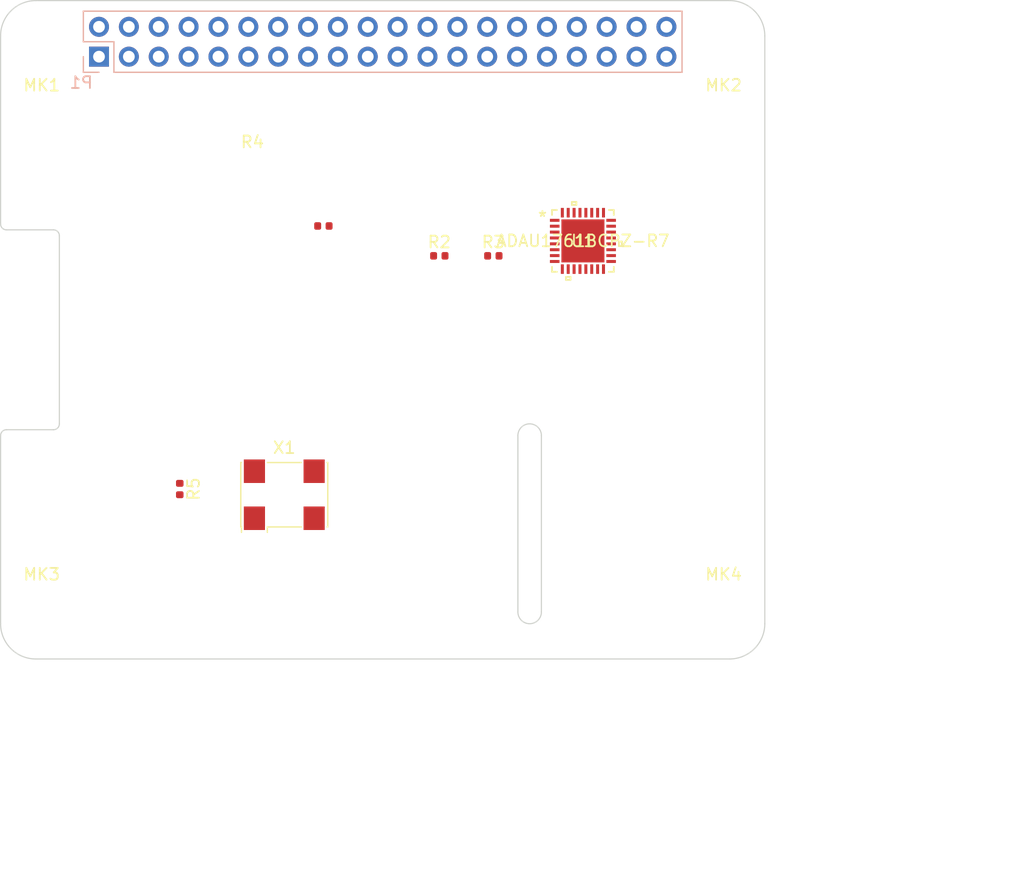
<source format=kicad_pcb>
(kicad_pcb (version 20171130) (host pcbnew 5.0.2-bee76a0~70~ubuntu18.04.1)

  (general
    (thickness 1.6)
    (drawings 39)
    (tracks 0)
    (zones 0)
    (modules 11)
    (nets 64)
  )

  (page A3)
  (title_block
    (date "15 nov 2012")
  )

  (layers
    (0 F.Cu signal)
    (31 B.Cu signal)
    (32 B.Adhes user)
    (33 F.Adhes user)
    (34 B.Paste user)
    (35 F.Paste user)
    (36 B.SilkS user)
    (37 F.SilkS user)
    (38 B.Mask user)
    (39 F.Mask user)
    (40 Dwgs.User user)
    (41 Cmts.User user)
    (42 Eco1.User user)
    (43 Eco2.User user)
    (44 Edge.Cuts user)
  )

  (setup
    (last_trace_width 0.2)
    (trace_clearance 0.2)
    (zone_clearance 0.508)
    (zone_45_only no)
    (trace_min 0.1524)
    (segment_width 0.1)
    (edge_width 0.1)
    (via_size 0.9)
    (via_drill 0.6)
    (via_min_size 0.8)
    (via_min_drill 0.5)
    (uvia_size 0.5)
    (uvia_drill 0.1)
    (uvias_allowed no)
    (uvia_min_size 0.5)
    (uvia_min_drill 0.1)
    (pcb_text_width 0.3)
    (pcb_text_size 1 1)
    (mod_edge_width 0.15)
    (mod_text_size 1 1)
    (mod_text_width 0.15)
    (pad_size 2.5 2.5)
    (pad_drill 2.5)
    (pad_to_mask_clearance 0)
    (solder_mask_min_width 0.25)
    (aux_axis_origin 200 150)
    (grid_origin 200 150)
    (visible_elements 7FFFFFFF)
    (pcbplotparams
      (layerselection 0x00030_80000001)
      (usegerberextensions true)
      (usegerberattributes false)
      (usegerberadvancedattributes false)
      (creategerberjobfile false)
      (excludeedgelayer true)
      (linewidth 0.150000)
      (plotframeref false)
      (viasonmask false)
      (mode 1)
      (useauxorigin false)
      (hpglpennumber 1)
      (hpglpenspeed 20)
      (hpglpendiameter 15.000000)
      (psnegative false)
      (psa4output false)
      (plotreference true)
      (plotvalue true)
      (plotinvisibletext false)
      (padsonsilk false)
      (subtractmaskfromsilk false)
      (outputformat 1)
      (mirror false)
      (drillshape 1)
      (scaleselection 1)
      (outputdirectory ""))
  )

  (net 0 "")
  (net 1 +3V3)
  (net 2 +5V)
  (net 3 GND)
  (net 4 /ID_SD)
  (net 5 /ID_SC)
  (net 6 /GPIO5)
  (net 7 /GPIO6)
  (net 8 /GPIO26)
  (net 9 "/GPIO2(SDA1)")
  (net 10 "/GPIO3(SCL1)")
  (net 11 "/GPIO4(GCLK)")
  (net 12 "/GPIO14(TXD0)")
  (net 13 "/GPIO15(RXD0)")
  (net 14 "/GPIO17(GEN0)")
  (net 15 "/GPIO27(GEN2)")
  (net 16 "/GPIO22(GEN3)")
  (net 17 "/GPIO23(GEN4)")
  (net 18 "/GPIO24(GEN5)")
  (net 19 "/GPIO25(GEN6)")
  (net 20 "/GPIO18(GEN1)(PWM0)")
  (net 21 "/GPIO10(SPI0_MOSI)")
  (net 22 "/GPIO9(SPI0_MISO)")
  (net 23 "/GPIO11(SPI0_SCK)")
  (net 24 "/GPIO8(SPI0_CE_N)")
  (net 25 "/GPIO7(SPI1_CE_N)")
  (net 26 "/GPIO12(PWM0)")
  (net 27 "/GPIO13(PWM1)")
  (net 28 "/GPIO19(SPI1_MISO)")
  (net 29 /GPIO16)
  (net 30 "/GPIO20(SPI1_MOSI)")
  (net 31 "/GPIO21(SPI1_SCK)")
  (net 32 "Net-(R4-Pad1)")
  (net 33 /MCLK)
  (net 34 "Net-(C7-Pad2)")
  (net 35 /MICBIAS)
  (net 36 "Net-(C6-Pad2)")
  (net 37 "Net-(R5-Pad2)")
  (net 38 "Net-(C10-Pad2)")
  (net 39 "Net-(U1-Pad3)")
  (net 40 "Net-(U1-Pad4)")
  (net 41 "Net-(U1-Pad6)")
  (net 42 "Net-(U1-Pad7)")
  (net 43 /LINP)
  (net 44 /LINN)
  (net 45 /RINP)
  (net 46 /RINN)
  (net 47 "Net-(U1-Pad14)")
  (net 48 "Net-(U1-Pad15)")
  (net 49 "Net-(U1-Pad16)")
  (net 50 "Net-(U1-Pad17)")
  (net 51 "Net-(U1-Pad18)")
  (net 52 "Net-(U1-Pad19)")
  (net 53 "Net-(U1-Pad20)")
  (net 54 "Net-(U1-Pad21)")
  (net 55 "Net-(C11-Pad1)")
  (net 56 "Net-(U1-Pad26)")
  (net 57 "Net-(U1-Pad27)")
  (net 58 "Net-(U1-Pad28)")
  (net 59 "Net-(U1-Pad29)")
  (net 60 "Net-(U1-Pad30)")
  (net 61 "Net-(U1-Pad31)")
  (net 62 "Net-(U1-Pad32)")
  (net 63 "Net-(U1-Pad33)")

  (net_class Default "This is the default net class."
    (clearance 0.2)
    (trace_width 0.2)
    (via_dia 0.9)
    (via_drill 0.6)
    (uvia_dia 0.5)
    (uvia_drill 0.1)
    (add_net +3V3)
    (add_net +5V)
    (add_net "/GPIO10(SPI0_MOSI)")
    (add_net "/GPIO11(SPI0_SCK)")
    (add_net "/GPIO12(PWM0)")
    (add_net "/GPIO13(PWM1)")
    (add_net "/GPIO14(TXD0)")
    (add_net "/GPIO15(RXD0)")
    (add_net /GPIO16)
    (add_net "/GPIO17(GEN0)")
    (add_net "/GPIO18(GEN1)(PWM0)")
    (add_net "/GPIO19(SPI1_MISO)")
    (add_net "/GPIO2(SDA1)")
    (add_net "/GPIO20(SPI1_MOSI)")
    (add_net "/GPIO21(SPI1_SCK)")
    (add_net "/GPIO22(GEN3)")
    (add_net "/GPIO23(GEN4)")
    (add_net "/GPIO24(GEN5)")
    (add_net "/GPIO25(GEN6)")
    (add_net /GPIO26)
    (add_net "/GPIO27(GEN2)")
    (add_net "/GPIO3(SCL1)")
    (add_net "/GPIO4(GCLK)")
    (add_net /GPIO5)
    (add_net /GPIO6)
    (add_net "/GPIO7(SPI1_CE_N)")
    (add_net "/GPIO8(SPI0_CE_N)")
    (add_net "/GPIO9(SPI0_MISO)")
    (add_net /ID_SC)
    (add_net /ID_SD)
    (add_net /LINN)
    (add_net /LINP)
    (add_net /MCLK)
    (add_net /MICBIAS)
    (add_net /RINN)
    (add_net /RINP)
    (add_net GND)
    (add_net "Net-(C10-Pad2)")
    (add_net "Net-(C11-Pad1)")
    (add_net "Net-(C6-Pad2)")
    (add_net "Net-(C7-Pad2)")
    (add_net "Net-(R4-Pad1)")
    (add_net "Net-(R5-Pad2)")
    (add_net "Net-(U1-Pad14)")
    (add_net "Net-(U1-Pad15)")
    (add_net "Net-(U1-Pad16)")
    (add_net "Net-(U1-Pad17)")
    (add_net "Net-(U1-Pad18)")
    (add_net "Net-(U1-Pad19)")
    (add_net "Net-(U1-Pad20)")
    (add_net "Net-(U1-Pad21)")
    (add_net "Net-(U1-Pad26)")
    (add_net "Net-(U1-Pad27)")
    (add_net "Net-(U1-Pad28)")
    (add_net "Net-(U1-Pad29)")
    (add_net "Net-(U1-Pad3)")
    (add_net "Net-(U1-Pad30)")
    (add_net "Net-(U1-Pad31)")
    (add_net "Net-(U1-Pad32)")
    (add_net "Net-(U1-Pad33)")
    (add_net "Net-(U1-Pad4)")
    (add_net "Net-(U1-Pad6)")
    (add_net "Net-(U1-Pad7)")
  )

  (net_class Power ""
    (clearance 0.2)
    (trace_width 0.5)
    (via_dia 1)
    (via_drill 0.7)
    (uvia_dia 0.5)
    (uvia_drill 0.1)
  )

  (module DSP_Hat:ADAU1761BCPZ-R7 (layer F.Cu) (tedit 0) (tstamp 5CC691D9)
    (at 249.53 114.44)
    (path /5C9FD89E)
    (fp_text reference U1 (at 0 0) (layer F.SilkS)
      (effects (font (size 1 1) (thickness 0.15)))
    )
    (fp_text value ADAU1761BCPZ-R7 (at 0 0) (layer F.SilkS)
      (effects (font (size 1 1) (thickness 0.15)))
    )
    (fp_text user "Copyright 2016 Accelerated Designs. All rights reserved." (at 0 0) (layer Cmts.User)
      (effects (font (size 0.127 0.127) (thickness 0.002)))
    )
    (fp_text user * (at -3.4417 -2) (layer F.SilkS)
      (effects (font (size 1 1) (thickness 0.15)))
    )
    (fp_text user * (at -1.9939 -2) (layer F.Fab)
      (effects (font (size 1 1) (thickness 0.15)))
    )
    (fp_line (start -2.5019 -1.2319) (end -1.2319 -2.5019) (layer F.Fab) (width 0.1524))
    (fp_line (start 1.5976 -2.5019) (end 1.9024 -2.5019) (layer F.Fab) (width 0.1524))
    (fp_line (start 1.9024 -2.5019) (end 1.9024 -2.5019) (layer F.Fab) (width 0.1524))
    (fp_line (start 1.9024 -2.5019) (end 1.5976 -2.5019) (layer F.Fab) (width 0.1524))
    (fp_line (start 1.5976 -2.5019) (end 1.5976 -2.5019) (layer F.Fab) (width 0.1524))
    (fp_line (start 1.0976 -2.5019) (end 1.4024 -2.5019) (layer F.Fab) (width 0.1524))
    (fp_line (start 1.4024 -2.5019) (end 1.4024 -2.5019) (layer F.Fab) (width 0.1524))
    (fp_line (start 1.4024 -2.5019) (end 1.0976 -2.5019) (layer F.Fab) (width 0.1524))
    (fp_line (start 1.0976 -2.5019) (end 1.0976 -2.5019) (layer F.Fab) (width 0.1524))
    (fp_line (start 0.5976 -2.5019) (end 0.9024 -2.5019) (layer F.Fab) (width 0.1524))
    (fp_line (start 0.9024 -2.5019) (end 0.9024 -2.5019) (layer F.Fab) (width 0.1524))
    (fp_line (start 0.9024 -2.5019) (end 0.5976 -2.5019) (layer F.Fab) (width 0.1524))
    (fp_line (start 0.5976 -2.5019) (end 0.5976 -2.5019) (layer F.Fab) (width 0.1524))
    (fp_line (start 0.0976 -2.5019) (end 0.4024 -2.5019) (layer F.Fab) (width 0.1524))
    (fp_line (start 0.4024 -2.5019) (end 0.4024 -2.5019) (layer F.Fab) (width 0.1524))
    (fp_line (start 0.4024 -2.5019) (end 0.0976 -2.5019) (layer F.Fab) (width 0.1524))
    (fp_line (start 0.0976 -2.5019) (end 0.0976 -2.5019) (layer F.Fab) (width 0.1524))
    (fp_line (start -0.4024 -2.5019) (end -0.0976 -2.5019) (layer F.Fab) (width 0.1524))
    (fp_line (start -0.0976 -2.5019) (end -0.0976 -2.5019) (layer F.Fab) (width 0.1524))
    (fp_line (start -0.0976 -2.5019) (end -0.4024 -2.5019) (layer F.Fab) (width 0.1524))
    (fp_line (start -0.4024 -2.5019) (end -0.4024 -2.5019) (layer F.Fab) (width 0.1524))
    (fp_line (start -0.9024 -2.5019) (end -0.5976 -2.5019) (layer F.Fab) (width 0.1524))
    (fp_line (start -0.5976 -2.5019) (end -0.5976 -2.5019) (layer F.Fab) (width 0.1524))
    (fp_line (start -0.5976 -2.5019) (end -0.9024 -2.5019) (layer F.Fab) (width 0.1524))
    (fp_line (start -0.9024 -2.5019) (end -0.9024 -2.5019) (layer F.Fab) (width 0.1524))
    (fp_line (start -1.4024 -2.5019) (end -1.0976 -2.5019) (layer F.Fab) (width 0.1524))
    (fp_line (start -1.0976 -2.5019) (end -1.0976 -2.5019) (layer F.Fab) (width 0.1524))
    (fp_line (start -1.0976 -2.5019) (end -1.4024 -2.5019) (layer F.Fab) (width 0.1524))
    (fp_line (start -1.4024 -2.5019) (end -1.4024 -2.5019) (layer F.Fab) (width 0.1524))
    (fp_line (start -1.9024 -2.5019) (end -1.5976 -2.5019) (layer F.Fab) (width 0.1524))
    (fp_line (start -1.5976 -2.5019) (end -1.5976 -2.5019) (layer F.Fab) (width 0.1524))
    (fp_line (start -1.5976 -2.5019) (end -1.9024 -2.5019) (layer F.Fab) (width 0.1524))
    (fp_line (start -1.9024 -2.5019) (end -1.9024 -2.5019) (layer F.Fab) (width 0.1524))
    (fp_line (start -2.5019 -1.5976) (end -2.5019 -1.9024) (layer F.Fab) (width 0.1524))
    (fp_line (start -2.5019 -1.9024) (end -2.5019 -1.9024) (layer F.Fab) (width 0.1524))
    (fp_line (start -2.5019 -1.9024) (end -2.5019 -1.5976) (layer F.Fab) (width 0.1524))
    (fp_line (start -2.5019 -1.5976) (end -2.5019 -1.5976) (layer F.Fab) (width 0.1524))
    (fp_line (start -2.5019 -1.0976) (end -2.5019 -1.4024) (layer F.Fab) (width 0.1524))
    (fp_line (start -2.5019 -1.4024) (end -2.5019 -1.4024) (layer F.Fab) (width 0.1524))
    (fp_line (start -2.5019 -1.4024) (end -2.5019 -1.0976) (layer F.Fab) (width 0.1524))
    (fp_line (start -2.5019 -1.0976) (end -2.5019 -1.0976) (layer F.Fab) (width 0.1524))
    (fp_line (start -2.5019 -0.5976) (end -2.5019 -0.9024) (layer F.Fab) (width 0.1524))
    (fp_line (start -2.5019 -0.9024) (end -2.5019 -0.9024) (layer F.Fab) (width 0.1524))
    (fp_line (start -2.5019 -0.9024) (end -2.5019 -0.5976) (layer F.Fab) (width 0.1524))
    (fp_line (start -2.5019 -0.5976) (end -2.5019 -0.5976) (layer F.Fab) (width 0.1524))
    (fp_line (start -2.5019 -0.0976) (end -2.5019 -0.4024) (layer F.Fab) (width 0.1524))
    (fp_line (start -2.5019 -0.4024) (end -2.5019 -0.4024) (layer F.Fab) (width 0.1524))
    (fp_line (start -2.5019 -0.4024) (end -2.5019 -0.0976) (layer F.Fab) (width 0.1524))
    (fp_line (start -2.5019 -0.0976) (end -2.5019 -0.0976) (layer F.Fab) (width 0.1524))
    (fp_line (start -2.5019 0.4024) (end -2.5019 0.0976) (layer F.Fab) (width 0.1524))
    (fp_line (start -2.5019 0.0976) (end -2.5019 0.0976) (layer F.Fab) (width 0.1524))
    (fp_line (start -2.5019 0.0976) (end -2.5019 0.4024) (layer F.Fab) (width 0.1524))
    (fp_line (start -2.5019 0.4024) (end -2.5019 0.4024) (layer F.Fab) (width 0.1524))
    (fp_line (start -2.5019 0.9024) (end -2.5019 0.5976) (layer F.Fab) (width 0.1524))
    (fp_line (start -2.5019 0.5976) (end -2.5019 0.5976) (layer F.Fab) (width 0.1524))
    (fp_line (start -2.5019 0.5976) (end -2.5019 0.9024) (layer F.Fab) (width 0.1524))
    (fp_line (start -2.5019 0.9024) (end -2.5019 0.9024) (layer F.Fab) (width 0.1524))
    (fp_line (start -2.5019 1.4024) (end -2.5019 1.0976) (layer F.Fab) (width 0.1524))
    (fp_line (start -2.5019 1.0976) (end -2.5019 1.0976) (layer F.Fab) (width 0.1524))
    (fp_line (start -2.5019 1.0976) (end -2.5019 1.4024) (layer F.Fab) (width 0.1524))
    (fp_line (start -2.5019 1.4024) (end -2.5019 1.4024) (layer F.Fab) (width 0.1524))
    (fp_line (start -2.5019 1.9024) (end -2.5019 1.5976) (layer F.Fab) (width 0.1524))
    (fp_line (start -2.5019 1.5976) (end -2.5019 1.5976) (layer F.Fab) (width 0.1524))
    (fp_line (start -2.5019 1.5976) (end -2.5019 1.9024) (layer F.Fab) (width 0.1524))
    (fp_line (start -2.5019 1.9024) (end -2.5019 1.9024) (layer F.Fab) (width 0.1524))
    (fp_line (start -1.5976 2.5019) (end -1.9024 2.5019) (layer F.Fab) (width 0.1524))
    (fp_line (start -1.9024 2.5019) (end -1.9024 2.5019) (layer F.Fab) (width 0.1524))
    (fp_line (start -1.9024 2.5019) (end -1.5976 2.5019) (layer F.Fab) (width 0.1524))
    (fp_line (start -1.5976 2.5019) (end -1.5976 2.5019) (layer F.Fab) (width 0.1524))
    (fp_line (start -1.0976 2.5019) (end -1.4024 2.5019) (layer F.Fab) (width 0.1524))
    (fp_line (start -1.4024 2.5019) (end -1.4024 2.5019) (layer F.Fab) (width 0.1524))
    (fp_line (start -1.4024 2.5019) (end -1.0976 2.5019) (layer F.Fab) (width 0.1524))
    (fp_line (start -1.0976 2.5019) (end -1.0976 2.5019) (layer F.Fab) (width 0.1524))
    (fp_line (start -0.5976 2.5019) (end -0.9024 2.5019) (layer F.Fab) (width 0.1524))
    (fp_line (start -0.9024 2.5019) (end -0.9024 2.5019) (layer F.Fab) (width 0.1524))
    (fp_line (start -0.9024 2.5019) (end -0.5976 2.5019) (layer F.Fab) (width 0.1524))
    (fp_line (start -0.5976 2.5019) (end -0.5976 2.5019) (layer F.Fab) (width 0.1524))
    (fp_line (start -0.0976 2.5019) (end -0.4024 2.5019) (layer F.Fab) (width 0.1524))
    (fp_line (start -0.4024 2.5019) (end -0.4024 2.5019) (layer F.Fab) (width 0.1524))
    (fp_line (start -0.4024 2.5019) (end -0.0976 2.5019) (layer F.Fab) (width 0.1524))
    (fp_line (start -0.0976 2.5019) (end -0.0976 2.5019) (layer F.Fab) (width 0.1524))
    (fp_line (start 0.4024 2.5019) (end 0.0976 2.5019) (layer F.Fab) (width 0.1524))
    (fp_line (start 0.0976 2.5019) (end 0.0976 2.5019) (layer F.Fab) (width 0.1524))
    (fp_line (start 0.0976 2.5019) (end 0.4024 2.5019) (layer F.Fab) (width 0.1524))
    (fp_line (start 0.4024 2.5019) (end 0.4024 2.5019) (layer F.Fab) (width 0.1524))
    (fp_line (start 0.9024 2.5019) (end 0.5976 2.5019) (layer F.Fab) (width 0.1524))
    (fp_line (start 0.5976 2.5019) (end 0.5976 2.5019) (layer F.Fab) (width 0.1524))
    (fp_line (start 0.5976 2.5019) (end 0.9024 2.5019) (layer F.Fab) (width 0.1524))
    (fp_line (start 0.9024 2.5019) (end 0.9024 2.5019) (layer F.Fab) (width 0.1524))
    (fp_line (start 1.4024 2.5019) (end 1.0976 2.5019) (layer F.Fab) (width 0.1524))
    (fp_line (start 1.0976 2.5019) (end 1.0976 2.5019) (layer F.Fab) (width 0.1524))
    (fp_line (start 1.0976 2.5019) (end 1.4024 2.5019) (layer F.Fab) (width 0.1524))
    (fp_line (start 1.4024 2.5019) (end 1.4024 2.5019) (layer F.Fab) (width 0.1524))
    (fp_line (start 1.9024 2.5019) (end 1.5976 2.5019) (layer F.Fab) (width 0.1524))
    (fp_line (start 1.5976 2.5019) (end 1.5976 2.5019) (layer F.Fab) (width 0.1524))
    (fp_line (start 1.5976 2.5019) (end 1.9024 2.5019) (layer F.Fab) (width 0.1524))
    (fp_line (start 1.9024 2.5019) (end 1.9024 2.5019) (layer F.Fab) (width 0.1524))
    (fp_line (start 2.5019 1.5976) (end 2.5019 1.9024) (layer F.Fab) (width 0.1524))
    (fp_line (start 2.5019 1.9024) (end 2.5019 1.9024) (layer F.Fab) (width 0.1524))
    (fp_line (start 2.5019 1.9024) (end 2.5019 1.5976) (layer F.Fab) (width 0.1524))
    (fp_line (start 2.5019 1.5976) (end 2.5019 1.5976) (layer F.Fab) (width 0.1524))
    (fp_line (start 2.5019 1.0976) (end 2.5019 1.4024) (layer F.Fab) (width 0.1524))
    (fp_line (start 2.5019 1.4024) (end 2.5019 1.4024) (layer F.Fab) (width 0.1524))
    (fp_line (start 2.5019 1.4024) (end 2.5019 1.0976) (layer F.Fab) (width 0.1524))
    (fp_line (start 2.5019 1.0976) (end 2.5019 1.0976) (layer F.Fab) (width 0.1524))
    (fp_line (start 2.5019 0.5976) (end 2.5019 0.9024) (layer F.Fab) (width 0.1524))
    (fp_line (start 2.5019 0.9024) (end 2.5019 0.9024) (layer F.Fab) (width 0.1524))
    (fp_line (start 2.5019 0.9024) (end 2.5019 0.5976) (layer F.Fab) (width 0.1524))
    (fp_line (start 2.5019 0.5976) (end 2.5019 0.5976) (layer F.Fab) (width 0.1524))
    (fp_line (start 2.5019 0.0976) (end 2.5019 0.4024) (layer F.Fab) (width 0.1524))
    (fp_line (start 2.5019 0.4024) (end 2.5019 0.4024) (layer F.Fab) (width 0.1524))
    (fp_line (start 2.5019 0.4024) (end 2.5019 0.0976) (layer F.Fab) (width 0.1524))
    (fp_line (start 2.5019 0.0976) (end 2.5019 0.0976) (layer F.Fab) (width 0.1524))
    (fp_line (start 2.5019 -0.4024) (end 2.5019 -0.0976) (layer F.Fab) (width 0.1524))
    (fp_line (start 2.5019 -0.0976) (end 2.5019 -0.0976) (layer F.Fab) (width 0.1524))
    (fp_line (start 2.5019 -0.0976) (end 2.5019 -0.4024) (layer F.Fab) (width 0.1524))
    (fp_line (start 2.5019 -0.4024) (end 2.5019 -0.4024) (layer F.Fab) (width 0.1524))
    (fp_line (start 2.5019 -0.9024) (end 2.5019 -0.5976) (layer F.Fab) (width 0.1524))
    (fp_line (start 2.5019 -0.5976) (end 2.5019 -0.5976) (layer F.Fab) (width 0.1524))
    (fp_line (start 2.5019 -0.5976) (end 2.5019 -0.9024) (layer F.Fab) (width 0.1524))
    (fp_line (start 2.5019 -0.9024) (end 2.5019 -0.9024) (layer F.Fab) (width 0.1524))
    (fp_line (start 2.5019 -1.4024) (end 2.5019 -1.0976) (layer F.Fab) (width 0.1524))
    (fp_line (start 2.5019 -1.0976) (end 2.5019 -1.0976) (layer F.Fab) (width 0.1524))
    (fp_line (start 2.5019 -1.0976) (end 2.5019 -1.4024) (layer F.Fab) (width 0.1524))
    (fp_line (start 2.5019 -1.4024) (end 2.5019 -1.4024) (layer F.Fab) (width 0.1524))
    (fp_line (start 2.5019 -1.9024) (end 2.5019 -1.5976) (layer F.Fab) (width 0.1524))
    (fp_line (start 2.5019 -1.5976) (end 2.5019 -1.5976) (layer F.Fab) (width 0.1524))
    (fp_line (start 2.5019 -1.5976) (end 2.5019 -1.9024) (layer F.Fab) (width 0.1524))
    (fp_line (start 2.5019 -1.9024) (end 2.5019 -1.9024) (layer F.Fab) (width 0.1524))
    (fp_line (start -2.6289 2.6289) (end -2.209739 2.6289) (layer F.SilkS) (width 0.1524))
    (fp_line (start 2.6289 2.6289) (end 2.6289 2.209739) (layer F.SilkS) (width 0.1524))
    (fp_line (start 2.6289 -2.6289) (end 2.209739 -2.6289) (layer F.SilkS) (width 0.1524))
    (fp_line (start -2.6289 -2.6289) (end -2.6289 -2.209739) (layer F.SilkS) (width 0.1524))
    (fp_line (start -2.6289 2.209739) (end -2.6289 2.6289) (layer F.SilkS) (width 0.1524))
    (fp_line (start -2.5019 2.5019) (end 2.5019 2.5019) (layer F.Fab) (width 0.1524))
    (fp_line (start 2.5019 2.5019) (end 2.5019 2.5019) (layer F.Fab) (width 0.1524))
    (fp_line (start 2.5019 2.5019) (end 2.5019 -2.5019) (layer F.Fab) (width 0.1524))
    (fp_line (start 2.5019 -2.5019) (end 2.5019 -2.5019) (layer F.Fab) (width 0.1524))
    (fp_line (start 2.5019 -2.5019) (end -2.5019 -2.5019) (layer F.Fab) (width 0.1524))
    (fp_line (start -2.5019 -2.5019) (end -2.5019 -2.5019) (layer F.Fab) (width 0.1524))
    (fp_line (start -2.5019 -2.5019) (end -2.5019 2.5019) (layer F.Fab) (width 0.1524))
    (fp_line (start -2.5019 2.5019) (end -2.5019 2.5019) (layer F.Fab) (width 0.1524))
    (fp_line (start 2.209739 2.6289) (end 2.6289 2.6289) (layer F.SilkS) (width 0.1524))
    (fp_line (start 2.6289 -2.209739) (end 2.6289 -2.6289) (layer F.SilkS) (width 0.1524))
    (fp_line (start -2.209739 -2.6289) (end -2.6289 -2.6289) (layer F.SilkS) (width 0.1524))
    (fp_line (start -1.4405 3.0607) (end -1.4405 3.3147) (layer F.SilkS) (width 0.1524))
    (fp_line (start -1.4405 3.3147) (end -1.0595 3.3147) (layer F.SilkS) (width 0.1524))
    (fp_line (start -1.0595 3.3147) (end -1.0595 3.0607) (layer F.SilkS) (width 0.1524))
    (fp_line (start -1.0595 3.0607) (end -1.4405 3.0607) (layer F.SilkS) (width 0.1524))
    (fp_line (start 3.3147 0.059499) (end 3.3147 0.4405) (layer F.SilkS) (width 0.1524))
    (fp_line (start 3.3147 0.4405) (end 3.0607 0.4405) (layer F.SilkS) (width 0.1524))
    (fp_line (start 3.0607 0.4405) (end 3.0607 0.059499) (layer F.SilkS) (width 0.1524))
    (fp_line (start 3.0607 0.059499) (end 3.3147 0.059499) (layer F.SilkS) (width 0.1524))
    (fp_line (start -0.940501 -3.0607) (end -0.940501 -3.3147) (layer F.SilkS) (width 0.1524))
    (fp_line (start -0.940501 -3.3147) (end -0.559501 -3.3147) (layer F.SilkS) (width 0.1524))
    (fp_line (start -0.559501 -3.3147) (end -0.559501 -3.0607) (layer F.SilkS) (width 0.1524))
    (fp_line (start -0.559501 -3.0607) (end -0.940501 -3.0607) (layer F.SilkS) (width 0.1524))
    (fp_line (start -1.7288 -1.7288) (end -1.7288 -0.1) (layer Dwgs.User) (width 0.1524))
    (fp_line (start -1.7288 -0.1) (end -0.1 -0.1) (layer Dwgs.User) (width 0.1524))
    (fp_line (start -0.1 -0.1) (end -0.1 -1.7288) (layer Dwgs.User) (width 0.1524))
    (fp_line (start -0.1 -1.7288) (end -1.7288 -1.7288) (layer Dwgs.User) (width 0.1524))
    (fp_line (start -1.7288 0.1) (end -1.7288 1.7288) (layer Dwgs.User) (width 0.1524))
    (fp_line (start -1.7288 1.7288) (end -0.1 1.7288) (layer Dwgs.User) (width 0.1524))
    (fp_line (start -0.1 1.7288) (end -0.1 0.1) (layer Dwgs.User) (width 0.1524))
    (fp_line (start -0.1 0.1) (end -1.7288 0.1) (layer Dwgs.User) (width 0.1524))
    (fp_line (start 0.1 -1.7288) (end 0.1 -0.1) (layer Dwgs.User) (width 0.1524))
    (fp_line (start 0.1 -0.1) (end 1.7288 -0.1) (layer Dwgs.User) (width 0.1524))
    (fp_line (start 1.7288 -0.1) (end 1.7288 -1.7288) (layer Dwgs.User) (width 0.1524))
    (fp_line (start 1.7288 -1.7288) (end 0.1 -1.7288) (layer Dwgs.User) (width 0.1524))
    (fp_line (start 0.1 0.1) (end 0.1 1.7288) (layer Dwgs.User) (width 0.1524))
    (fp_line (start 0.1 1.7288) (end 1.7288 1.7288) (layer Dwgs.User) (width 0.1524))
    (fp_line (start 1.7288 1.7288) (end 1.7288 0.1) (layer Dwgs.User) (width 0.1524))
    (fp_line (start 1.7288 0.1) (end 0.1 0.1) (layer Dwgs.User) (width 0.1524))
    (fp_line (start -2.7559 2.7559) (end -2.7559 2) (layer F.CrtYd) (width 0.1524))
    (fp_line (start -2.7559 2) (end -3.0607 2) (layer F.CrtYd) (width 0.1524))
    (fp_line (start -3.0607 2) (end -3.0607 -2) (layer F.CrtYd) (width 0.1524))
    (fp_line (start -3.0607 -2) (end -2.7559 -2) (layer F.CrtYd) (width 0.1524))
    (fp_line (start -2.7559 -2) (end -2.7559 -2.7559) (layer F.CrtYd) (width 0.1524))
    (fp_line (start -2.7559 -2.7559) (end -2 -2.7559) (layer F.CrtYd) (width 0.1524))
    (fp_line (start -2 -2.7559) (end -2 -3.0607) (layer F.CrtYd) (width 0.1524))
    (fp_line (start -2 -3.0607) (end 2 -3.0607) (layer F.CrtYd) (width 0.1524))
    (fp_line (start 2 -3.0607) (end 2 -2.7559) (layer F.CrtYd) (width 0.1524))
    (fp_line (start 2 -2.7559) (end 2.7559 -2.7559) (layer F.CrtYd) (width 0.1524))
    (fp_line (start 2.7559 -2.7559) (end 2.7559 -2) (layer F.CrtYd) (width 0.1524))
    (fp_line (start 2.7559 -2) (end 3.0607 -2) (layer F.CrtYd) (width 0.1524))
    (fp_line (start 3.0607 -2) (end 3.0607 2) (layer F.CrtYd) (width 0.1524))
    (fp_line (start 3.0607 2) (end 2.7559 2) (layer F.CrtYd) (width 0.1524))
    (fp_line (start 2.7559 2) (end 2.7559 2.7559) (layer F.CrtYd) (width 0.1524))
    (fp_line (start 2.7559 2.7559) (end 2 2.7559) (layer F.CrtYd) (width 0.1524))
    (fp_line (start 2 2.7559) (end 2 3.0607) (layer F.CrtYd) (width 0.1524))
    (fp_line (start 2 3.0607) (end -2 3.0607) (layer F.CrtYd) (width 0.1524))
    (fp_line (start -2 3.0607) (end -2 2.7559) (layer F.CrtYd) (width 0.1524))
    (fp_line (start -2 2.7559) (end -2.7559 2.7559) (layer F.CrtYd) (width 0.1524))
    (pad 1 smd rect (at -2.4003 -1.749999 90) (size 0.254 0.8128) (layers F.Cu F.Paste F.Mask)
      (net 1 +3V3))
    (pad 2 smd rect (at -2.4003 -1.25 90) (size 0.254 0.8128) (layers F.Cu F.Paste F.Mask)
      (net 33 /MCLK))
    (pad 3 smd rect (at -2.4003 -0.750001 90) (size 0.254 0.8128) (layers F.Cu F.Paste F.Mask)
      (net 39 "Net-(U1-Pad3)"))
    (pad 4 smd rect (at -2.4003 -0.25 90) (size 0.254 0.8128) (layers F.Cu F.Paste F.Mask)
      (net 40 "Net-(U1-Pad4)"))
    (pad 5 smd rect (at -2.4003 0.25 90) (size 0.254 0.8128) (layers F.Cu F.Paste F.Mask)
      (net 35 /MICBIAS))
    (pad 6 smd rect (at -2.4003 0.750001 90) (size 0.254 0.8128) (layers F.Cu F.Paste F.Mask)
      (net 41 "Net-(U1-Pad6)"))
    (pad 7 smd rect (at -2.4003 1.25 90) (size 0.254 0.8128) (layers F.Cu F.Paste F.Mask)
      (net 42 "Net-(U1-Pad7)"))
    (pad 8 smd rect (at -2.4003 1.749999 90) (size 0.254 0.8128) (layers F.Cu F.Paste F.Mask)
      (net 1 +3V3))
    (pad 9 smd rect (at -1.749999 2.4003) (size 0.254 0.8128) (layers F.Cu F.Paste F.Mask)
      (net 3 GND))
    (pad 10 smd rect (at -1.25 2.4003) (size 0.254 0.8128) (layers F.Cu F.Paste F.Mask)
      (net 43 /LINP))
    (pad 11 smd rect (at -0.750001 2.4003) (size 0.254 0.8128) (layers F.Cu F.Paste F.Mask)
      (net 44 /LINN))
    (pad 12 smd rect (at -0.25 2.4003) (size 0.254 0.8128) (layers F.Cu F.Paste F.Mask)
      (net 45 /RINP))
    (pad 13 smd rect (at 0.25 2.4003) (size 0.254 0.8128) (layers F.Cu F.Paste F.Mask)
      (net 46 /RINN))
    (pad 14 smd rect (at 0.750001 2.4003) (size 0.254 0.8128) (layers F.Cu F.Paste F.Mask)
      (net 47 "Net-(U1-Pad14)"))
    (pad 15 smd rect (at 1.25 2.4003) (size 0.254 0.8128) (layers F.Cu F.Paste F.Mask)
      (net 48 "Net-(U1-Pad15)"))
    (pad 16 smd rect (at 1.749999 2.4003) (size 0.254 0.8128) (layers F.Cu F.Paste F.Mask)
      (net 49 "Net-(U1-Pad16)"))
    (pad 17 smd rect (at 2.4003 1.749999 90) (size 0.254 0.8128) (layers F.Cu F.Paste F.Mask)
      (net 50 "Net-(U1-Pad17)"))
    (pad 18 smd rect (at 2.4003 1.25 90) (size 0.254 0.8128) (layers F.Cu F.Paste F.Mask)
      (net 51 "Net-(U1-Pad18)"))
    (pad 19 smd rect (at 2.4003 0.750001 90) (size 0.254 0.8128) (layers F.Cu F.Paste F.Mask)
      (net 52 "Net-(U1-Pad19)"))
    (pad 20 smd rect (at 2.4003 0.25 90) (size 0.254 0.8128) (layers F.Cu F.Paste F.Mask)
      (net 53 "Net-(U1-Pad20)"))
    (pad 21 smd rect (at 2.4003 -0.25 90) (size 0.254 0.8128) (layers F.Cu F.Paste F.Mask)
      (net 54 "Net-(U1-Pad21)"))
    (pad 22 smd rect (at 2.4003 -0.750001 90) (size 0.254 0.8128) (layers F.Cu F.Paste F.Mask)
      (net 3 GND))
    (pad 23 smd rect (at 2.4003 -1.25 90) (size 0.254 0.8128) (layers F.Cu F.Paste F.Mask)
      (net 1 +3V3))
    (pad 24 smd rect (at 2.4003 -1.749999 90) (size 0.254 0.8128) (layers F.Cu F.Paste F.Mask)
      (net 55 "Net-(C11-Pad1)"))
    (pad 25 smd rect (at 1.749999 -2.4003) (size 0.254 0.8128) (layers F.Cu F.Paste F.Mask)
      (net 3 GND))
    (pad 26 smd rect (at 1.25 -2.4003) (size 0.254 0.8128) (layers F.Cu F.Paste F.Mask)
      (net 56 "Net-(U1-Pad26)"))
    (pad 27 smd rect (at 0.750001 -2.4003) (size 0.254 0.8128) (layers F.Cu F.Paste F.Mask)
      (net 57 "Net-(U1-Pad27)"))
    (pad 28 smd rect (at 0.25 -2.4003) (size 0.254 0.8128) (layers F.Cu F.Paste F.Mask)
      (net 58 "Net-(U1-Pad28)"))
    (pad 29 smd rect (at -0.25 -2.4003) (size 0.254 0.8128) (layers F.Cu F.Paste F.Mask)
      (net 59 "Net-(U1-Pad29)"))
    (pad 30 smd rect (at -0.750001 -2.4003) (size 0.254 0.8128) (layers F.Cu F.Paste F.Mask)
      (net 60 "Net-(U1-Pad30)"))
    (pad 31 smd rect (at -1.25 -2.4003) (size 0.254 0.8128) (layers F.Cu F.Paste F.Mask)
      (net 61 "Net-(U1-Pad31)"))
    (pad 32 smd rect (at -1.749999 -2.4003) (size 0.254 0.8128) (layers F.Cu F.Paste F.Mask)
      (net 62 "Net-(U1-Pad32)"))
    (pad 33 smd rect (at 0 0) (size 3.6576 3.6576) (layers F.Cu F.Paste F.Mask)
      (net 63 "Net-(U1-Pad33)"))
  )

  (module Oscillator:Oscillator_SMD_Abracon_ASV-4Pin_7.0x5.1mm (layer F.Cu) (tedit 58CD3344) (tstamp 5CC690B8)
    (at 224.13 136.03)
    (descr "Miniature Crystal Clock Oscillator Abracon ASV series, http://www.abracon.com/Oscillators/ASV.pdf, 7.0x5.1mm^2 package")
    (tags "SMD SMT crystal oscillator")
    (path /5CABFE49)
    (attr smd)
    (fp_text reference X1 (at 0 -4) (layer F.SilkS)
      (effects (font (size 1 1) (thickness 0.15)))
    )
    (fp_text value 25MHz (at 0 4) (layer F.Fab)
      (effects (font (size 1 1) (thickness 0.15)))
    )
    (fp_text user %R (at 0 0) (layer F.Fab)
      (effects (font (size 1 1) (thickness 0.15)))
    )
    (fp_line (start -3.4 -2.54) (end 3.4 -2.54) (layer F.Fab) (width 0.1))
    (fp_line (start 3.4 -2.54) (end 3.5 -2.44) (layer F.Fab) (width 0.1))
    (fp_line (start 3.5 -2.44) (end 3.5 2.44) (layer F.Fab) (width 0.1))
    (fp_line (start 3.5 2.44) (end 3.4 2.54) (layer F.Fab) (width 0.1))
    (fp_line (start 3.4 2.54) (end -3.4 2.54) (layer F.Fab) (width 0.1))
    (fp_line (start -3.4 2.54) (end -3.5 2.44) (layer F.Fab) (width 0.1))
    (fp_line (start -3.5 2.44) (end -3.5 -2.44) (layer F.Fab) (width 0.1))
    (fp_line (start -3.5 -2.44) (end -3.4 -2.54) (layer F.Fab) (width 0.1))
    (fp_line (start -3.5 1.54) (end -2.5 2.54) (layer F.Fab) (width 0.1))
    (fp_line (start 3.64 -2.74) (end 3.7 -2.74) (layer F.SilkS) (width 0.12))
    (fp_line (start 3.7 -2.74) (end 3.7 2.74) (layer F.SilkS) (width 0.12))
    (fp_line (start 3.7 2.74) (end 3.64 2.74) (layer F.SilkS) (width 0.12))
    (fp_line (start -1.44 -2.74) (end 1.44 -2.74) (layer F.SilkS) (width 0.12))
    (fp_line (start -3.64 3.2) (end -3.64 2.74) (layer F.SilkS) (width 0.12))
    (fp_line (start -3.64 2.74) (end -3.7 2.74) (layer F.SilkS) (width 0.12))
    (fp_line (start -3.7 2.74) (end -3.7 -2.74) (layer F.SilkS) (width 0.12))
    (fp_line (start -3.7 -2.74) (end -3.64 -2.74) (layer F.SilkS) (width 0.12))
    (fp_line (start 1.44 2.74) (end -1.44 2.74) (layer F.SilkS) (width 0.12))
    (fp_line (start -1.44 2.74) (end -1.44 3.2) (layer F.SilkS) (width 0.12))
    (fp_line (start -3.8 -3.3) (end -3.8 3.3) (layer F.CrtYd) (width 0.05))
    (fp_line (start -3.8 3.3) (end 3.8 3.3) (layer F.CrtYd) (width 0.05))
    (fp_line (start 3.8 3.3) (end 3.8 -3.3) (layer F.CrtYd) (width 0.05))
    (fp_line (start 3.8 -3.3) (end -3.8 -3.3) (layer F.CrtYd) (width 0.05))
    (fp_circle (center 0 0) (end 1 0) (layer F.Adhes) (width 0.1))
    (fp_circle (center 0 0) (end 0.833333 0) (layer F.Adhes) (width 0.333333))
    (fp_circle (center 0 0) (end 0.533333 0) (layer F.Adhes) (width 0.333333))
    (fp_circle (center 0 0) (end 0.233333 0) (layer F.Adhes) (width 0.466667))
    (pad 1 smd rect (at -2.54 2) (size 1.8 2) (layers F.Cu F.Paste F.Mask)
      (net 37 "Net-(R5-Pad2)"))
    (pad 2 smd rect (at 2.54 2) (size 1.8 2) (layers F.Cu F.Paste F.Mask)
      (net 3 GND))
    (pad 3 smd rect (at 2.54 -2) (size 1.8 2) (layers F.Cu F.Paste F.Mask)
      (net 32 "Net-(R4-Pad1)"))
    (pad 4 smd rect (at -2.54 -2) (size 1.8 2) (layers F.Cu F.Paste F.Mask)
      (net 38 "Net-(C10-Pad2)"))
    (model ${KISYS3DMOD}/Oscillator.3dshapes/Oscillator_SMD_Abracon_ASV-4Pin_7.0x5.1mm.wrl
      (at (xyz 0 0 0))
      (scale (xyz 1 1 1))
      (rotate (xyz 0 0 0))
    )
  )

  (module Resistor_SMD:R_0402_1005Metric (layer F.Cu) (tedit 5B301BBD) (tstamp 5CC69094)
    (at 215.24 135.545 270)
    (descr "Resistor SMD 0402 (1005 Metric), square (rectangular) end terminal, IPC_7351 nominal, (Body size source: http://www.tortai-tech.com/upload/download/2011102023233369053.pdf), generated with kicad-footprint-generator")
    (tags resistor)
    (path /5CAE0FF9)
    (attr smd)
    (fp_text reference R5 (at 0 -1.17 270) (layer F.SilkS)
      (effects (font (size 1 1) (thickness 0.15)))
    )
    (fp_text value 10k (at 0 1.17 270) (layer F.Fab)
      (effects (font (size 1 1) (thickness 0.15)))
    )
    (fp_line (start -0.5 0.25) (end -0.5 -0.25) (layer F.Fab) (width 0.1))
    (fp_line (start -0.5 -0.25) (end 0.5 -0.25) (layer F.Fab) (width 0.1))
    (fp_line (start 0.5 -0.25) (end 0.5 0.25) (layer F.Fab) (width 0.1))
    (fp_line (start 0.5 0.25) (end -0.5 0.25) (layer F.Fab) (width 0.1))
    (fp_line (start -0.93 0.47) (end -0.93 -0.47) (layer F.CrtYd) (width 0.05))
    (fp_line (start -0.93 -0.47) (end 0.93 -0.47) (layer F.CrtYd) (width 0.05))
    (fp_line (start 0.93 -0.47) (end 0.93 0.47) (layer F.CrtYd) (width 0.05))
    (fp_line (start 0.93 0.47) (end -0.93 0.47) (layer F.CrtYd) (width 0.05))
    (fp_text user %R (at 0 0 270) (layer F.Fab)
      (effects (font (size 0.25 0.25) (thickness 0.04)))
    )
    (pad 1 smd roundrect (at -0.485 0 270) (size 0.59 0.64) (layers F.Cu F.Paste F.Mask) (roundrect_rratio 0.25)
      (net 38 "Net-(C10-Pad2)"))
    (pad 2 smd roundrect (at 0.485 0 270) (size 0.59 0.64) (layers F.Cu F.Paste F.Mask) (roundrect_rratio 0.25)
      (net 37 "Net-(R5-Pad2)"))
    (model ${KISYS3DMOD}/Resistor_SMD.3dshapes/R_0402_1005Metric.wrl
      (at (xyz 0 0 0))
      (scale (xyz 1 1 1))
      (rotate (xyz 0 0 0))
    )
  )

  (module Resistor_SMD:R_0402_1005Metric (layer F.Cu) (tedit 5B301BBD) (tstamp 5CC69085)
    (at 237.315 115.71)
    (descr "Resistor SMD 0402 (1005 Metric), square (rectangular) end terminal, IPC_7351 nominal, (Body size source: http://www.tortai-tech.com/upload/download/2011102023233369053.pdf), generated with kicad-footprint-generator")
    (tags resistor)
    (path /5CA0756B)
    (attr smd)
    (fp_text reference R2 (at 0 -1.17) (layer F.SilkS)
      (effects (font (size 1 1) (thickness 0.15)))
    )
    (fp_text value 2k (at 0 1.17) (layer F.Fab)
      (effects (font (size 1 1) (thickness 0.15)))
    )
    (fp_line (start -0.5 0.25) (end -0.5 -0.25) (layer F.Fab) (width 0.1))
    (fp_line (start -0.5 -0.25) (end 0.5 -0.25) (layer F.Fab) (width 0.1))
    (fp_line (start 0.5 -0.25) (end 0.5 0.25) (layer F.Fab) (width 0.1))
    (fp_line (start 0.5 0.25) (end -0.5 0.25) (layer F.Fab) (width 0.1))
    (fp_line (start -0.93 0.47) (end -0.93 -0.47) (layer F.CrtYd) (width 0.05))
    (fp_line (start -0.93 -0.47) (end 0.93 -0.47) (layer F.CrtYd) (width 0.05))
    (fp_line (start 0.93 -0.47) (end 0.93 0.47) (layer F.CrtYd) (width 0.05))
    (fp_line (start 0.93 0.47) (end -0.93 0.47) (layer F.CrtYd) (width 0.05))
    (fp_text user %R (at 0 0) (layer F.Fab)
      (effects (font (size 0.25 0.25) (thickness 0.04)))
    )
    (pad 1 smd roundrect (at -0.485 0) (size 0.59 0.64) (layers F.Cu F.Paste F.Mask) (roundrect_rratio 0.25)
      (net 36 "Net-(C6-Pad2)"))
    (pad 2 smd roundrect (at 0.485 0) (size 0.59 0.64) (layers F.Cu F.Paste F.Mask) (roundrect_rratio 0.25)
      (net 35 /MICBIAS))
    (model ${KISYS3DMOD}/Resistor_SMD.3dshapes/R_0402_1005Metric.wrl
      (at (xyz 0 0 0))
      (scale (xyz 1 1 1))
      (rotate (xyz 0 0 0))
    )
  )

  (module Resistor_SMD:R_0402_1005Metric (layer F.Cu) (tedit 5B301BBD) (tstamp 5CC69076)
    (at 241.91 115.71)
    (descr "Resistor SMD 0402 (1005 Metric), square (rectangular) end terminal, IPC_7351 nominal, (Body size source: http://www.tortai-tech.com/upload/download/2011102023233369053.pdf), generated with kicad-footprint-generator")
    (tags resistor)
    (path /5CA075CD)
    (attr smd)
    (fp_text reference R3 (at 0 -1.17) (layer F.SilkS)
      (effects (font (size 1 1) (thickness 0.15)))
    )
    (fp_text value 2k (at 0 1.17) (layer F.Fab)
      (effects (font (size 1 1) (thickness 0.15)))
    )
    (fp_text user %R (at 0 0) (layer F.Fab)
      (effects (font (size 0.25 0.25) (thickness 0.04)))
    )
    (fp_line (start 0.93 0.47) (end -0.93 0.47) (layer F.CrtYd) (width 0.05))
    (fp_line (start 0.93 -0.47) (end 0.93 0.47) (layer F.CrtYd) (width 0.05))
    (fp_line (start -0.93 -0.47) (end 0.93 -0.47) (layer F.CrtYd) (width 0.05))
    (fp_line (start -0.93 0.47) (end -0.93 -0.47) (layer F.CrtYd) (width 0.05))
    (fp_line (start 0.5 0.25) (end -0.5 0.25) (layer F.Fab) (width 0.1))
    (fp_line (start 0.5 -0.25) (end 0.5 0.25) (layer F.Fab) (width 0.1))
    (fp_line (start -0.5 -0.25) (end 0.5 -0.25) (layer F.Fab) (width 0.1))
    (fp_line (start -0.5 0.25) (end -0.5 -0.25) (layer F.Fab) (width 0.1))
    (pad 2 smd roundrect (at 0.485 0) (size 0.59 0.64) (layers F.Cu F.Paste F.Mask) (roundrect_rratio 0.25)
      (net 34 "Net-(C7-Pad2)"))
    (pad 1 smd roundrect (at -0.485 0) (size 0.59 0.64) (layers F.Cu F.Paste F.Mask) (roundrect_rratio 0.25)
      (net 35 /MICBIAS))
    (model ${KISYS3DMOD}/Resistor_SMD.3dshapes/R_0402_1005Metric.wrl
      (at (xyz 0 0 0))
      (scale (xyz 1 1 1))
      (rotate (xyz 0 0 0))
    )
  )

  (module Resistor_SMD:R_0402_1005Metric (layer F.Cu) (tedit 5B301BBD) (tstamp 5CC69067)
    (at 227.455 113.17)
    (descr "Resistor SMD 0402 (1005 Metric), square (rectangular) end terminal, IPC_7351 nominal, (Body size source: http://www.tortai-tech.com/upload/download/2011102023233369053.pdf), generated with kicad-footprint-generator")
    (tags resistor)
    (path /5CAC9637)
    (attr smd)
    (fp_text reference R4 (at -6.035001 -7.145001) (layer F.SilkS)
      (effects (font (size 1 1) (thickness 0.15)))
    )
    (fp_text value 49.9 (at 0 1.17) (layer F.Fab)
      (effects (font (size 1 1) (thickness 0.15)))
    )
    (fp_line (start -0.5 0.25) (end -0.5 -0.25) (layer F.Fab) (width 0.1))
    (fp_line (start -0.5 -0.25) (end 0.5 -0.25) (layer F.Fab) (width 0.1))
    (fp_line (start 0.5 -0.25) (end 0.5 0.25) (layer F.Fab) (width 0.1))
    (fp_line (start 0.5 0.25) (end -0.5 0.25) (layer F.Fab) (width 0.1))
    (fp_line (start -0.93 0.47) (end -0.93 -0.47) (layer F.CrtYd) (width 0.05))
    (fp_line (start -0.93 -0.47) (end 0.93 -0.47) (layer F.CrtYd) (width 0.05))
    (fp_line (start 0.93 -0.47) (end 0.93 0.47) (layer F.CrtYd) (width 0.05))
    (fp_line (start 0.93 0.47) (end -0.93 0.47) (layer F.CrtYd) (width 0.05))
    (fp_text user %R (at 0 0) (layer F.Fab)
      (effects (font (size 0.25 0.25) (thickness 0.04)))
    )
    (pad 1 smd roundrect (at -0.485 0) (size 0.59 0.64) (layers F.Cu F.Paste F.Mask) (roundrect_rratio 0.25)
      (net 32 "Net-(R4-Pad1)"))
    (pad 2 smd roundrect (at 0.485 0) (size 0.59 0.64) (layers F.Cu F.Paste F.Mask) (roundrect_rratio 0.25)
      (net 33 /MCLK))
    (model ${KISYS3DMOD}/Resistor_SMD.3dshapes/R_0402_1005Metric.wrl
      (at (xyz 0 0 0))
      (scale (xyz 1 1 1))
      (rotate (xyz 0 0 0))
    )
  )

  (module Connector_PinSocket_2.54mm:PinSocket_2x20_P2.54mm_Vertical (layer B.Cu) (tedit 5A19A433) (tstamp 5A793E9F)
    (at 208.37 98.77 270)
    (descr "Through hole straight socket strip, 2x20, 2.54mm pitch, double cols (from Kicad 4.0.7), script generated")
    (tags "Through hole socket strip THT 2x20 2.54mm double row")
    (path /59AD464A)
    (fp_text reference P1 (at 2.208 1.512) (layer B.SilkS)
      (effects (font (size 1 1) (thickness 0.15)) (justify mirror))
    )
    (fp_text value Conn_02x20_Odd_Even (at -1.27 -51.03 270) (layer B.Fab)
      (effects (font (size 1 1) (thickness 0.15)) (justify mirror))
    )
    (fp_line (start -3.81 1.27) (end 0.27 1.27) (layer B.Fab) (width 0.1))
    (fp_line (start 0.27 1.27) (end 1.27 0.27) (layer B.Fab) (width 0.1))
    (fp_line (start 1.27 0.27) (end 1.27 -49.53) (layer B.Fab) (width 0.1))
    (fp_line (start 1.27 -49.53) (end -3.81 -49.53) (layer B.Fab) (width 0.1))
    (fp_line (start -3.81 -49.53) (end -3.81 1.27) (layer B.Fab) (width 0.1))
    (fp_line (start -3.87 1.33) (end -1.27 1.33) (layer B.SilkS) (width 0.12))
    (fp_line (start -3.87 1.33) (end -3.87 -49.59) (layer B.SilkS) (width 0.12))
    (fp_line (start -3.87 -49.59) (end 1.33 -49.59) (layer B.SilkS) (width 0.12))
    (fp_line (start 1.33 -1.27) (end 1.33 -49.59) (layer B.SilkS) (width 0.12))
    (fp_line (start -1.27 -1.27) (end 1.33 -1.27) (layer B.SilkS) (width 0.12))
    (fp_line (start -1.27 1.33) (end -1.27 -1.27) (layer B.SilkS) (width 0.12))
    (fp_line (start 1.33 1.33) (end 1.33 0) (layer B.SilkS) (width 0.12))
    (fp_line (start 0 1.33) (end 1.33 1.33) (layer B.SilkS) (width 0.12))
    (fp_line (start -4.34 1.8) (end 1.76 1.8) (layer B.CrtYd) (width 0.05))
    (fp_line (start 1.76 1.8) (end 1.76 -50) (layer B.CrtYd) (width 0.05))
    (fp_line (start 1.76 -50) (end -4.34 -50) (layer B.CrtYd) (width 0.05))
    (fp_line (start -4.34 -50) (end -4.34 1.8) (layer B.CrtYd) (width 0.05))
    (fp_text user %R (at -1.27 -24.13 180) (layer B.Fab)
      (effects (font (size 1 1) (thickness 0.15)) (justify mirror))
    )
    (pad 1 thru_hole rect (at 0 0 270) (size 1.7 1.7) (drill 1) (layers *.Cu *.Mask)
      (net 1 +3V3))
    (pad 2 thru_hole oval (at -2.54 0 270) (size 1.7 1.7) (drill 1) (layers *.Cu *.Mask)
      (net 2 +5V))
    (pad 3 thru_hole oval (at 0 -2.54 270) (size 1.7 1.7) (drill 1) (layers *.Cu *.Mask)
      (net 9 "/GPIO2(SDA1)"))
    (pad 4 thru_hole oval (at -2.54 -2.54 270) (size 1.7 1.7) (drill 1) (layers *.Cu *.Mask)
      (net 2 +5V))
    (pad 5 thru_hole oval (at 0 -5.08 270) (size 1.7 1.7) (drill 1) (layers *.Cu *.Mask)
      (net 10 "/GPIO3(SCL1)"))
    (pad 6 thru_hole oval (at -2.54 -5.08 270) (size 1.7 1.7) (drill 1) (layers *.Cu *.Mask)
      (net 3 GND))
    (pad 7 thru_hole oval (at 0 -7.62 270) (size 1.7 1.7) (drill 1) (layers *.Cu *.Mask)
      (net 11 "/GPIO4(GCLK)"))
    (pad 8 thru_hole oval (at -2.54 -7.62 270) (size 1.7 1.7) (drill 1) (layers *.Cu *.Mask)
      (net 12 "/GPIO14(TXD0)"))
    (pad 9 thru_hole oval (at 0 -10.16 270) (size 1.7 1.7) (drill 1) (layers *.Cu *.Mask)
      (net 3 GND))
    (pad 10 thru_hole oval (at -2.54 -10.16 270) (size 1.7 1.7) (drill 1) (layers *.Cu *.Mask)
      (net 13 "/GPIO15(RXD0)"))
    (pad 11 thru_hole oval (at 0 -12.7 270) (size 1.7 1.7) (drill 1) (layers *.Cu *.Mask)
      (net 14 "/GPIO17(GEN0)"))
    (pad 12 thru_hole oval (at -2.54 -12.7 270) (size 1.7 1.7) (drill 1) (layers *.Cu *.Mask)
      (net 20 "/GPIO18(GEN1)(PWM0)"))
    (pad 13 thru_hole oval (at 0 -15.24 270) (size 1.7 1.7) (drill 1) (layers *.Cu *.Mask)
      (net 15 "/GPIO27(GEN2)"))
    (pad 14 thru_hole oval (at -2.54 -15.24 270) (size 1.7 1.7) (drill 1) (layers *.Cu *.Mask)
      (net 3 GND))
    (pad 15 thru_hole oval (at 0 -17.78 270) (size 1.7 1.7) (drill 1) (layers *.Cu *.Mask)
      (net 16 "/GPIO22(GEN3)"))
    (pad 16 thru_hole oval (at -2.54 -17.78 270) (size 1.7 1.7) (drill 1) (layers *.Cu *.Mask)
      (net 17 "/GPIO23(GEN4)"))
    (pad 17 thru_hole oval (at 0 -20.32 270) (size 1.7 1.7) (drill 1) (layers *.Cu *.Mask)
      (net 1 +3V3))
    (pad 18 thru_hole oval (at -2.54 -20.32 270) (size 1.7 1.7) (drill 1) (layers *.Cu *.Mask)
      (net 18 "/GPIO24(GEN5)"))
    (pad 19 thru_hole oval (at 0 -22.86 270) (size 1.7 1.7) (drill 1) (layers *.Cu *.Mask)
      (net 21 "/GPIO10(SPI0_MOSI)"))
    (pad 20 thru_hole oval (at -2.54 -22.86 270) (size 1.7 1.7) (drill 1) (layers *.Cu *.Mask)
      (net 3 GND))
    (pad 21 thru_hole oval (at 0 -25.4 270) (size 1.7 1.7) (drill 1) (layers *.Cu *.Mask)
      (net 22 "/GPIO9(SPI0_MISO)"))
    (pad 22 thru_hole oval (at -2.54 -25.4 270) (size 1.7 1.7) (drill 1) (layers *.Cu *.Mask)
      (net 19 "/GPIO25(GEN6)"))
    (pad 23 thru_hole oval (at 0 -27.94 270) (size 1.7 1.7) (drill 1) (layers *.Cu *.Mask)
      (net 23 "/GPIO11(SPI0_SCK)"))
    (pad 24 thru_hole oval (at -2.54 -27.94 270) (size 1.7 1.7) (drill 1) (layers *.Cu *.Mask)
      (net 24 "/GPIO8(SPI0_CE_N)"))
    (pad 25 thru_hole oval (at 0 -30.48 270) (size 1.7 1.7) (drill 1) (layers *.Cu *.Mask)
      (net 3 GND))
    (pad 26 thru_hole oval (at -2.54 -30.48 270) (size 1.7 1.7) (drill 1) (layers *.Cu *.Mask)
      (net 25 "/GPIO7(SPI1_CE_N)"))
    (pad 27 thru_hole oval (at 0 -33.02 270) (size 1.7 1.7) (drill 1) (layers *.Cu *.Mask)
      (net 4 /ID_SD))
    (pad 28 thru_hole oval (at -2.54 -33.02 270) (size 1.7 1.7) (drill 1) (layers *.Cu *.Mask)
      (net 5 /ID_SC))
    (pad 29 thru_hole oval (at 0 -35.56 270) (size 1.7 1.7) (drill 1) (layers *.Cu *.Mask)
      (net 6 /GPIO5))
    (pad 30 thru_hole oval (at -2.54 -35.56 270) (size 1.7 1.7) (drill 1) (layers *.Cu *.Mask)
      (net 3 GND))
    (pad 31 thru_hole oval (at 0 -38.1 270) (size 1.7 1.7) (drill 1) (layers *.Cu *.Mask)
      (net 7 /GPIO6))
    (pad 32 thru_hole oval (at -2.54 -38.1 270) (size 1.7 1.7) (drill 1) (layers *.Cu *.Mask)
      (net 26 "/GPIO12(PWM0)"))
    (pad 33 thru_hole oval (at 0 -40.64 270) (size 1.7 1.7) (drill 1) (layers *.Cu *.Mask)
      (net 27 "/GPIO13(PWM1)"))
    (pad 34 thru_hole oval (at -2.54 -40.64 270) (size 1.7 1.7) (drill 1) (layers *.Cu *.Mask)
      (net 3 GND))
    (pad 35 thru_hole oval (at 0 -43.18 270) (size 1.7 1.7) (drill 1) (layers *.Cu *.Mask)
      (net 28 "/GPIO19(SPI1_MISO)"))
    (pad 36 thru_hole oval (at -2.54 -43.18 270) (size 1.7 1.7) (drill 1) (layers *.Cu *.Mask)
      (net 29 /GPIO16))
    (pad 37 thru_hole oval (at 0 -45.72 270) (size 1.7 1.7) (drill 1) (layers *.Cu *.Mask)
      (net 8 /GPIO26))
    (pad 38 thru_hole oval (at -2.54 -45.72 270) (size 1.7 1.7) (drill 1) (layers *.Cu *.Mask)
      (net 30 "/GPIO20(SPI1_MOSI)"))
    (pad 39 thru_hole oval (at 0 -48.26 270) (size 1.7 1.7) (drill 1) (layers *.Cu *.Mask)
      (net 3 GND))
    (pad 40 thru_hole oval (at -2.54 -48.26 270) (size 1.7 1.7) (drill 1) (layers *.Cu *.Mask)
      (net 31 "/GPIO21(SPI1_SCK)"))
    (model ${KISYS3DMOD}/Connector_PinSocket_2.54mm.3dshapes/PinSocket_2x20_P2.54mm_Vertical.wrl
      (at (xyz 0 0 0))
      (scale (xyz 1 1 1))
      (rotate (xyz 0 0 0))
    )
  )

  (module MountingHole:MountingHole_2.7mm_M2.5 (layer F.Cu) (tedit 56D1B4CB) (tstamp 5A793E98)
    (at 261.5 146.5)
    (descr "Mounting Hole 2.7mm, no annular, M2.5")
    (tags "mounting hole 2.7mm no annular m2.5")
    (path /5834FC4F)
    (attr virtual)
    (fp_text reference MK4 (at 0 -3.7) (layer F.SilkS)
      (effects (font (size 1 1) (thickness 0.15)))
    )
    (fp_text value M2.5 (at 0 3.7) (layer F.Fab)
      (effects (font (size 1 1) (thickness 0.15)))
    )
    (fp_circle (center 0 0) (end 2.95 0) (layer F.CrtYd) (width 0.05))
    (fp_circle (center 0 0) (end 2.7 0) (layer Cmts.User) (width 0.15))
    (fp_text user %R (at 0.3 0) (layer F.Fab)
      (effects (font (size 1 1) (thickness 0.15)))
    )
    (pad 1 np_thru_hole circle (at 0 0) (size 2.7 2.7) (drill 2.7) (layers *.Cu *.Mask))
  )

  (module MountingHole:MountingHole_2.7mm_M2.5 (layer F.Cu) (tedit 56D1B4CB) (tstamp 5A793E91)
    (at 203.5 146.5)
    (descr "Mounting Hole 2.7mm, no annular, M2.5")
    (tags "mounting hole 2.7mm no annular m2.5")
    (path /5834FBEF)
    (attr virtual)
    (fp_text reference MK3 (at 0 -3.7) (layer F.SilkS)
      (effects (font (size 1 1) (thickness 0.15)))
    )
    (fp_text value M2.5 (at 0 3.7) (layer F.Fab)
      (effects (font (size 1 1) (thickness 0.15)))
    )
    (fp_text user %R (at 0.3 0) (layer F.Fab)
      (effects (font (size 1 1) (thickness 0.15)))
    )
    (fp_circle (center 0 0) (end 2.7 0) (layer Cmts.User) (width 0.15))
    (fp_circle (center 0 0) (end 2.95 0) (layer F.CrtYd) (width 0.05))
    (pad 1 np_thru_hole circle (at 0 0) (size 2.7 2.7) (drill 2.7) (layers *.Cu *.Mask))
  )

  (module MountingHole:MountingHole_2.7mm_M2.5 (layer F.Cu) (tedit 56D1B4CB) (tstamp 5A793E8A)
    (at 261.5 97.5 180)
    (descr "Mounting Hole 2.7mm, no annular, M2.5")
    (tags "mounting hole 2.7mm no annular m2.5")
    (path /5834FC19)
    (attr virtual)
    (fp_text reference MK2 (at 0 -3.7 180) (layer F.SilkS)
      (effects (font (size 1 1) (thickness 0.15)))
    )
    (fp_text value M2.5 (at 0 3.7 180) (layer F.Fab)
      (effects (font (size 1 1) (thickness 0.15)))
    )
    (fp_circle (center 0 0) (end 2.95 0) (layer F.CrtYd) (width 0.05))
    (fp_circle (center 0 0) (end 2.7 0) (layer Cmts.User) (width 0.15))
    (fp_text user %R (at 0.3 0 180) (layer F.Fab)
      (effects (font (size 1 1) (thickness 0.15)))
    )
    (pad 1 np_thru_hole circle (at 0 0 180) (size 2.7 2.7) (drill 2.7) (layers *.Cu *.Mask))
  )

  (module MountingHole:MountingHole_2.7mm_M2.5 (layer F.Cu) (tedit 56D1B4CB) (tstamp 5A793E83)
    (at 203.5 97.5 180)
    (descr "Mounting Hole 2.7mm, no annular, M2.5")
    (tags "mounting hole 2.7mm no annular m2.5")
    (path /5834FB2E)
    (attr virtual)
    (fp_text reference MK1 (at 0 -3.7 180) (layer F.SilkS)
      (effects (font (size 1 1) (thickness 0.15)))
    )
    (fp_text value M2.5 (at 0 3.7 180) (layer F.Fab)
      (effects (font (size 1 1) (thickness 0.15)))
    )
    (fp_text user %R (at 0.3 0 180) (layer F.Fab)
      (effects (font (size 1 1) (thickness 0.15)))
    )
    (fp_circle (center 0 0) (end 2.7 0) (layer Cmts.User) (width 0.15))
    (fp_circle (center 0 0) (end 2.95 0) (layer F.CrtYd) (width 0.05))
    (pad 1 np_thru_hole circle (at 0 0 180) (size 2.7 2.7) (drill 2.7) (layers *.Cu *.Mask))
  )

  (gr_line (start 244 146) (end 244 131) (layer Edge.Cuts) (width 0.1))
  (gr_line (start 246 131) (end 246 146) (layer Edge.Cuts) (width 0.1))
  (gr_arc (start 245 131) (end 244 131) (angle 180) (layer Edge.Cuts) (width 0.1))
  (gr_arc (start 245 146) (end 246 146) (angle 180) (layer Edge.Cuts) (width 0.1))
  (gr_arc (start 200.5 131) (end 200 131) (angle 89.9) (layer Edge.Cuts) (width 0.1))
  (gr_arc (start 204.5 130) (end 205 130) (angle 90) (layer Edge.Cuts) (width 0.1))
  (gr_arc (start 200.5 113) (end 200.5 113.5) (angle 90) (layer Edge.Cuts) (width 0.1))
  (gr_arc (start 204.5 114) (end 204.5 113.5) (angle 90) (layer Edge.Cuts) (width 0.1))
  (gr_line (start 200 113) (end 200 131) (layer Dwgs.User) (width 0.1))
  (gr_line (start 200 97) (end 200 113) (layer Edge.Cuts) (width 0.1))
  (gr_text DISPLAY (at 202.5 122 90) (layer Dwgs.User) (tstamp 580CBBFF)
    (effects (font (size 1 1) (thickness 0.15)))
  )
  (gr_text CAMERA (at 245 139 90) (layer Dwgs.User)
    (effects (font (size 1 1) (thickness 0.15)))
  )
  (gr_text RJ45 (at 276.2 139.84) (layer Dwgs.User) (tstamp 580CBBEB)
    (effects (font (size 2 2) (thickness 0.15)))
  )
  (gr_text USB (at 277.724 121.552) (layer Dwgs.User) (tstamp 580CBBE9)
    (effects (font (size 2 2) (thickness 0.15)))
  )
  (gr_text USB (at 278.232 102.248) (layer Dwgs.User)
    (effects (font (size 2 2) (thickness 0.15)))
  )
  (gr_arc (start 262 97) (end 262 94) (angle 90) (layer Edge.Cuts) (width 0.1))
  (gr_arc (start 262 147) (end 265 147) (angle 90) (layer Edge.Cuts) (width 0.1))
  (gr_arc (start 203 147) (end 203 150) (angle 90) (layer Edge.Cuts) (width 0.1))
  (gr_arc (start 203 97) (end 200 97) (angle 90) (layer Edge.Cuts) (width 0.1))
  (gr_line (start 269.9 114.45) (end 287 114.45) (layer Dwgs.User) (width 0.1))
  (gr_line (start 262 94) (end 203 94) (layer Edge.Cuts) (width 0.1))
  (gr_line (start 269.9 127.55) (end 269.9 114.45) (layer Dwgs.User) (width 0.1))
  (gr_line (start 287 127.55) (end 269.9 127.55) (layer Dwgs.User) (width 0.1))
  (gr_line (start 287 114.45) (end 287 127.55) (layer Dwgs.User) (width 0.1))
  (gr_line (start 204.5 130.5) (end 200.5 130.5) (layer Edge.Cuts) (width 0.1))
  (gr_line (start 205 114) (end 205 130) (layer Edge.Cuts) (width 0.1))
  (gr_line (start 200.5 113.5) (end 204.5 113.5) (layer Edge.Cuts) (width 0.1))
  (gr_line (start 266 147.675) (end 266 131.825) (layer Dwgs.User) (width 0.1))
  (gr_line (start 287 147.675) (end 266 147.675) (layer Dwgs.User) (width 0.1))
  (gr_line (start 287 131.825) (end 287 147.675) (layer Dwgs.User) (width 0.1))
  (gr_line (start 266 131.825) (end 287 131.825) (layer Dwgs.User) (width 0.1))
  (gr_line (start 265 147) (end 265 97) (layer Edge.Cuts) (width 0.1))
  (gr_line (start 203 150) (end 262 150) (layer Edge.Cuts) (width 0.1))
  (gr_line (start 200 131) (end 200 147) (layer Edge.Cuts) (width 0.1))
  (gr_line (start 269.9 109.455925) (end 269.9 96.355925) (layer Dwgs.User) (width 0.1))
  (gr_line (start 287 109.455925) (end 269.9 109.455925) (layer Dwgs.User) (width 0.1))
  (gr_line (start 287 96.355925) (end 287 109.455925) (layer Dwgs.User) (width 0.1))
  (gr_line (start 269.9 96.355925) (end 287 96.355925) (layer Dwgs.User) (width 0.1))
  (gr_text "RASPBERRY-PI 40-PIN ADDON BOARD\nVIEW FROM TOP\nNOTE: P1 SHOULD BE FITTED ON THE REVERSE OF THE BOARD\n\nADD EDGE CUTS FROM CAMERA AND DISPLAY PORTS AS REQUIRED" (at 200 160.16) (layer Dwgs.User)
    (effects (font (size 2 1.7) (thickness 0.12)) (justify left))
  )

)

</source>
